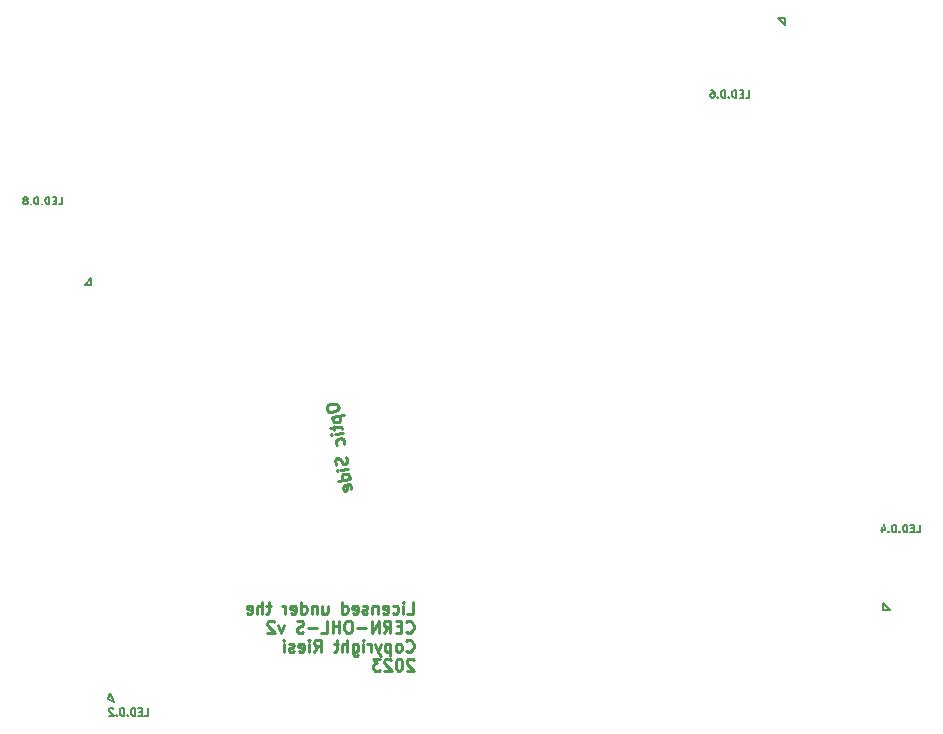
<source format=gbr>
%TF.GenerationSoftware,KiCad,Pcbnew,(6.0.10)*%
%TF.CreationDate,2023-01-19T11:38:05+01:00*%
%TF.ProjectId,QMKMouse,514d4b4d-6f75-4736-952e-6b696361645f,2.001*%
%TF.SameCoordinates,PX5c0b167PY839143b*%
%TF.FileFunction,Legend,Bot*%
%TF.FilePolarity,Positive*%
%FSLAX45Y45*%
G04 Gerber Fmt 4.5, Leading zero omitted, Abs format (unit mm)*
G04 Created by KiCad (PCBNEW (6.0.10)) date 2023-01-19 11:38:05*
%MOMM*%
%LPD*%
G01*
G04 APERTURE LIST*
%ADD10C,0.250000*%
%ADD11C,0.158750*%
%ADD12C,0.200000*%
G04 APERTURE END LIST*
D10*
X3612321Y1227762D02*
X3659940Y1227762D01*
X3659940Y1327762D01*
X3578988Y1227762D02*
X3578988Y1294429D01*
X3578988Y1327762D02*
X3583750Y1323000D01*
X3578988Y1318238D01*
X3574226Y1323000D01*
X3578988Y1327762D01*
X3578988Y1318238D01*
X3488512Y1232524D02*
X3498036Y1227762D01*
X3517083Y1227762D01*
X3526607Y1232524D01*
X3531369Y1237286D01*
X3536131Y1246810D01*
X3536131Y1275381D01*
X3531369Y1284905D01*
X3526607Y1289667D01*
X3517083Y1294429D01*
X3498036Y1294429D01*
X3488512Y1289667D01*
X3407559Y1232524D02*
X3417083Y1227762D01*
X3436131Y1227762D01*
X3445655Y1232524D01*
X3450417Y1242048D01*
X3450417Y1280143D01*
X3445655Y1289667D01*
X3436131Y1294429D01*
X3417083Y1294429D01*
X3407559Y1289667D01*
X3402798Y1280143D01*
X3402798Y1270619D01*
X3450417Y1261095D01*
X3359940Y1294429D02*
X3359940Y1227762D01*
X3359940Y1284905D02*
X3355178Y1289667D01*
X3345655Y1294429D01*
X3331369Y1294429D01*
X3321845Y1289667D01*
X3317083Y1280143D01*
X3317083Y1227762D01*
X3274226Y1232524D02*
X3264702Y1227762D01*
X3245655Y1227762D01*
X3236131Y1232524D01*
X3231369Y1242048D01*
X3231369Y1246810D01*
X3236131Y1256333D01*
X3245655Y1261095D01*
X3259940Y1261095D01*
X3269464Y1265857D01*
X3274226Y1275381D01*
X3274226Y1280143D01*
X3269464Y1289667D01*
X3259940Y1294429D01*
X3245655Y1294429D01*
X3236131Y1289667D01*
X3150417Y1232524D02*
X3159940Y1227762D01*
X3178988Y1227762D01*
X3188512Y1232524D01*
X3193274Y1242048D01*
X3193274Y1280143D01*
X3188512Y1289667D01*
X3178988Y1294429D01*
X3159940Y1294429D01*
X3150417Y1289667D01*
X3145655Y1280143D01*
X3145655Y1270619D01*
X3193274Y1261095D01*
X3059940Y1227762D02*
X3059940Y1327762D01*
X3059940Y1232524D02*
X3069464Y1227762D01*
X3088512Y1227762D01*
X3098036Y1232524D01*
X3102798Y1237286D01*
X3107559Y1246810D01*
X3107559Y1275381D01*
X3102798Y1284905D01*
X3098036Y1289667D01*
X3088512Y1294429D01*
X3069464Y1294429D01*
X3059940Y1289667D01*
X2893274Y1294429D02*
X2893274Y1227762D01*
X2936131Y1294429D02*
X2936131Y1242048D01*
X2931369Y1232524D01*
X2921845Y1227762D01*
X2907559Y1227762D01*
X2898036Y1232524D01*
X2893274Y1237286D01*
X2845655Y1294429D02*
X2845655Y1227762D01*
X2845655Y1284905D02*
X2840893Y1289667D01*
X2831369Y1294429D01*
X2817083Y1294429D01*
X2807559Y1289667D01*
X2802798Y1280143D01*
X2802798Y1227762D01*
X2712321Y1227762D02*
X2712321Y1327762D01*
X2712321Y1232524D02*
X2721845Y1227762D01*
X2740893Y1227762D01*
X2750417Y1232524D01*
X2755179Y1237286D01*
X2759940Y1246810D01*
X2759940Y1275381D01*
X2755179Y1284905D01*
X2750417Y1289667D01*
X2740893Y1294429D01*
X2721845Y1294429D01*
X2712321Y1289667D01*
X2626607Y1232524D02*
X2636131Y1227762D01*
X2655179Y1227762D01*
X2664702Y1232524D01*
X2669464Y1242048D01*
X2669464Y1280143D01*
X2664702Y1289667D01*
X2655179Y1294429D01*
X2636131Y1294429D01*
X2626607Y1289667D01*
X2621845Y1280143D01*
X2621845Y1270619D01*
X2669464Y1261095D01*
X2578988Y1227762D02*
X2578988Y1294429D01*
X2578988Y1275381D02*
X2574226Y1284905D01*
X2569464Y1289667D01*
X2559940Y1294429D01*
X2550417Y1294429D01*
X2455179Y1294429D02*
X2417083Y1294429D01*
X2440893Y1327762D02*
X2440893Y1242048D01*
X2436131Y1232524D01*
X2426607Y1227762D01*
X2417083Y1227762D01*
X2383750Y1227762D02*
X2383750Y1327762D01*
X2340893Y1227762D02*
X2340893Y1280143D01*
X2345655Y1289667D01*
X2355179Y1294429D01*
X2369464Y1294429D01*
X2378988Y1289667D01*
X2383750Y1284905D01*
X2255179Y1232524D02*
X2264702Y1227762D01*
X2283750Y1227762D01*
X2293274Y1232524D01*
X2298036Y1242048D01*
X2298036Y1280143D01*
X2293274Y1289667D01*
X2283750Y1294429D01*
X2264702Y1294429D01*
X2255179Y1289667D01*
X2250417Y1280143D01*
X2250417Y1270619D01*
X2298036Y1261095D01*
X3602798Y1076286D02*
X3607559Y1071524D01*
X3621845Y1066762D01*
X3631369Y1066762D01*
X3645655Y1071524D01*
X3655178Y1081048D01*
X3659940Y1090572D01*
X3664702Y1109619D01*
X3664702Y1123905D01*
X3659940Y1142952D01*
X3655178Y1152476D01*
X3645655Y1162000D01*
X3631369Y1166762D01*
X3621845Y1166762D01*
X3607559Y1162000D01*
X3602798Y1157238D01*
X3559940Y1119143D02*
X3526607Y1119143D01*
X3512321Y1066762D02*
X3559940Y1066762D01*
X3559940Y1166762D01*
X3512321Y1166762D01*
X3412321Y1066762D02*
X3445655Y1114381D01*
X3469464Y1066762D02*
X3469464Y1166762D01*
X3431369Y1166762D01*
X3421845Y1162000D01*
X3417083Y1157238D01*
X3412321Y1147714D01*
X3412321Y1133429D01*
X3417083Y1123905D01*
X3421845Y1119143D01*
X3431369Y1114381D01*
X3469464Y1114381D01*
X3369464Y1066762D02*
X3369464Y1166762D01*
X3312321Y1066762D01*
X3312321Y1166762D01*
X3264702Y1104857D02*
X3188512Y1104857D01*
X3121845Y1166762D02*
X3102798Y1166762D01*
X3093274Y1162000D01*
X3083750Y1152476D01*
X3078988Y1133429D01*
X3078988Y1100095D01*
X3083750Y1081048D01*
X3093274Y1071524D01*
X3102798Y1066762D01*
X3121845Y1066762D01*
X3131369Y1071524D01*
X3140893Y1081048D01*
X3145655Y1100095D01*
X3145655Y1133429D01*
X3140893Y1152476D01*
X3131369Y1162000D01*
X3121845Y1166762D01*
X3036131Y1066762D02*
X3036131Y1166762D01*
X3036131Y1119143D02*
X2978988Y1119143D01*
X2978988Y1066762D02*
X2978988Y1166762D01*
X2883750Y1066762D02*
X2931369Y1066762D01*
X2931369Y1166762D01*
X2850417Y1104857D02*
X2774226Y1104857D01*
X2731369Y1071524D02*
X2717083Y1066762D01*
X2693274Y1066762D01*
X2683750Y1071524D01*
X2678988Y1076286D01*
X2674226Y1085810D01*
X2674226Y1095333D01*
X2678988Y1104857D01*
X2683750Y1109619D01*
X2693274Y1114381D01*
X2712321Y1119143D01*
X2721845Y1123905D01*
X2726607Y1128667D01*
X2731369Y1138191D01*
X2731369Y1147714D01*
X2726607Y1157238D01*
X2721845Y1162000D01*
X2712321Y1166762D01*
X2688512Y1166762D01*
X2674226Y1162000D01*
X2564702Y1133429D02*
X2540893Y1066762D01*
X2517083Y1133429D01*
X2483750Y1157238D02*
X2478988Y1162000D01*
X2469464Y1166762D01*
X2445655Y1166762D01*
X2436131Y1162000D01*
X2431369Y1157238D01*
X2426607Y1147714D01*
X2426607Y1138191D01*
X2431369Y1123905D01*
X2488512Y1066762D01*
X2426607Y1066762D01*
X3602798Y915286D02*
X3607559Y910524D01*
X3621845Y905762D01*
X3631369Y905762D01*
X3645655Y910524D01*
X3655178Y920048D01*
X3659940Y929571D01*
X3664702Y948619D01*
X3664702Y962905D01*
X3659940Y981952D01*
X3655178Y991476D01*
X3645655Y1001000D01*
X3631369Y1005762D01*
X3621845Y1005762D01*
X3607559Y1001000D01*
X3602798Y996238D01*
X3545655Y905762D02*
X3555178Y910524D01*
X3559940Y915286D01*
X3564702Y924810D01*
X3564702Y953381D01*
X3559940Y962905D01*
X3555178Y967667D01*
X3545655Y972429D01*
X3531369Y972429D01*
X3521845Y967667D01*
X3517083Y962905D01*
X3512321Y953381D01*
X3512321Y924810D01*
X3517083Y915286D01*
X3521845Y910524D01*
X3531369Y905762D01*
X3545655Y905762D01*
X3469464Y972429D02*
X3469464Y872429D01*
X3469464Y967667D02*
X3459940Y972429D01*
X3440893Y972429D01*
X3431369Y967667D01*
X3426607Y962905D01*
X3421845Y953381D01*
X3421845Y924810D01*
X3426607Y915286D01*
X3431369Y910524D01*
X3440893Y905762D01*
X3459940Y905762D01*
X3469464Y910524D01*
X3388512Y972429D02*
X3364702Y905762D01*
X3340893Y972429D02*
X3364702Y905762D01*
X3374226Y881952D01*
X3378988Y877190D01*
X3388512Y872429D01*
X3302798Y905762D02*
X3302798Y972429D01*
X3302798Y953381D02*
X3298036Y962905D01*
X3293274Y967667D01*
X3283750Y972429D01*
X3274226Y972429D01*
X3240893Y905762D02*
X3240893Y972429D01*
X3240893Y1005762D02*
X3245655Y1001000D01*
X3240893Y996238D01*
X3236131Y1001000D01*
X3240893Y1005762D01*
X3240893Y996238D01*
X3150417Y972429D02*
X3150417Y891476D01*
X3155178Y881952D01*
X3159940Y877190D01*
X3169464Y872429D01*
X3183750Y872429D01*
X3193274Y877190D01*
X3150417Y910524D02*
X3159940Y905762D01*
X3178988Y905762D01*
X3188512Y910524D01*
X3193274Y915286D01*
X3198036Y924810D01*
X3198036Y953381D01*
X3193274Y962905D01*
X3188512Y967667D01*
X3178988Y972429D01*
X3159940Y972429D01*
X3150417Y967667D01*
X3102798Y905762D02*
X3102798Y1005762D01*
X3059940Y905762D02*
X3059940Y958143D01*
X3064702Y967667D01*
X3074226Y972429D01*
X3088512Y972429D01*
X3098036Y967667D01*
X3102798Y962905D01*
X3026607Y972429D02*
X2988512Y972429D01*
X3012321Y1005762D02*
X3012321Y920048D01*
X3007559Y910524D01*
X2998036Y905762D01*
X2988512Y905762D01*
X2821845Y905762D02*
X2855178Y953381D01*
X2878988Y905762D02*
X2878988Y1005762D01*
X2840893Y1005762D01*
X2831369Y1001000D01*
X2826607Y996238D01*
X2821845Y986714D01*
X2821845Y972429D01*
X2826607Y962905D01*
X2831369Y958143D01*
X2840893Y953381D01*
X2878988Y953381D01*
X2778988Y905762D02*
X2778988Y972429D01*
X2778988Y1005762D02*
X2783750Y1001000D01*
X2778988Y996238D01*
X2774226Y1001000D01*
X2778988Y1005762D01*
X2778988Y996238D01*
X2693274Y910524D02*
X2702798Y905762D01*
X2721845Y905762D01*
X2731369Y910524D01*
X2736131Y920048D01*
X2736131Y958143D01*
X2731369Y967667D01*
X2721845Y972429D01*
X2702798Y972429D01*
X2693274Y967667D01*
X2688512Y958143D01*
X2688512Y948619D01*
X2736131Y939095D01*
X2650417Y910524D02*
X2640893Y905762D01*
X2621845Y905762D01*
X2612321Y910524D01*
X2607560Y920048D01*
X2607560Y924810D01*
X2612321Y934333D01*
X2621845Y939095D01*
X2636131Y939095D01*
X2645655Y943857D01*
X2650417Y953381D01*
X2650417Y958143D01*
X2645655Y967667D01*
X2636131Y972429D01*
X2621845Y972429D01*
X2612321Y967667D01*
X2564702Y905762D02*
X2564702Y972429D01*
X2564702Y1005762D02*
X2569464Y1001000D01*
X2564702Y996238D01*
X2559940Y1001000D01*
X2564702Y1005762D01*
X2564702Y996238D01*
X3664702Y835238D02*
X3659940Y840000D01*
X3650417Y844762D01*
X3626607Y844762D01*
X3617083Y840000D01*
X3612321Y835238D01*
X3607559Y825714D01*
X3607559Y816190D01*
X3612321Y801905D01*
X3669464Y744762D01*
X3607559Y744762D01*
X3545655Y844762D02*
X3536131Y844762D01*
X3526607Y840000D01*
X3521845Y835238D01*
X3517083Y825714D01*
X3512321Y806667D01*
X3512321Y782857D01*
X3517083Y763810D01*
X3521845Y754286D01*
X3526607Y749524D01*
X3536131Y744762D01*
X3545655Y744762D01*
X3555178Y749524D01*
X3559940Y754286D01*
X3564702Y763810D01*
X3569464Y782857D01*
X3569464Y806667D01*
X3564702Y825714D01*
X3559940Y835238D01*
X3555178Y840000D01*
X3545655Y844762D01*
X3474226Y835238D02*
X3469464Y840000D01*
X3459940Y844762D01*
X3436131Y844762D01*
X3426607Y840000D01*
X3421845Y835238D01*
X3417083Y825714D01*
X3417083Y816190D01*
X3421845Y801905D01*
X3478988Y744762D01*
X3417083Y744762D01*
X3383750Y844762D02*
X3321845Y844762D01*
X3355178Y806667D01*
X3340893Y806667D01*
X3331369Y801905D01*
X3326607Y797143D01*
X3321845Y787619D01*
X3321845Y763810D01*
X3326607Y754286D01*
X3331369Y749524D01*
X3340893Y744762D01*
X3369464Y744762D01*
X3378988Y749524D01*
X3383750Y754286D01*
%TO.C,MOS.U.2*%
X2929675Y2972078D02*
X2932617Y2953259D01*
X2938793Y2944585D01*
X2949674Y2936647D01*
X2969229Y2934885D01*
X3002162Y2940035D01*
X3020245Y2947682D01*
X3028183Y2958563D01*
X3031417Y2968708D01*
X3028474Y2987527D01*
X3022298Y2996201D01*
X3011417Y3004139D01*
X2991863Y3005901D01*
X2958930Y3000751D01*
X2940846Y2993104D01*
X2932908Y2982223D01*
X2929675Y2972078D01*
X2975849Y2892542D02*
X3074649Y2907991D01*
X2980554Y2893278D02*
X2977321Y2883133D01*
X2980263Y2864314D01*
X2986439Y2855640D01*
X2991880Y2851671D01*
X3002025Y2848438D01*
X3030253Y2852852D01*
X3038927Y2859028D01*
X3042896Y2864468D01*
X3046130Y2874613D01*
X3043187Y2893432D01*
X3037011Y2902106D01*
X2987620Y2817267D02*
X2993505Y2779629D01*
X2956894Y2798003D02*
X3041579Y2811245D01*
X3051724Y2808011D01*
X3057900Y2799337D01*
X3059371Y2789928D01*
X3064521Y2756995D02*
X2998655Y2746696D01*
X2965721Y2741546D02*
X2969690Y2746987D01*
X2975131Y2743017D01*
X2971162Y2737577D01*
X2965721Y2741546D01*
X2975131Y2743017D01*
X3073793Y2666869D02*
X3077027Y2677014D01*
X3074084Y2695833D01*
X3067908Y2704507D01*
X3062468Y2708476D01*
X3052323Y2711710D01*
X3024094Y2707296D01*
X3015421Y2701120D01*
X3011451Y2695679D01*
X3008218Y2685534D01*
X3011161Y2666715D01*
X3017337Y2658041D01*
X3091449Y2553955D02*
X3098361Y2540577D01*
X3102039Y2517053D01*
X3098806Y2506908D01*
X3094836Y2501468D01*
X3086163Y2495292D01*
X3076753Y2493820D01*
X3066608Y2497054D01*
X3061168Y2501023D01*
X3054992Y2509697D01*
X3047344Y2527780D01*
X3041168Y2536454D01*
X3035728Y2540423D01*
X3025583Y2543656D01*
X3016173Y2542185D01*
X3007499Y2536009D01*
X3003530Y2530569D01*
X3000297Y2520423D01*
X3003975Y2496900D01*
X3010887Y2483521D01*
X3111602Y2455892D02*
X3045736Y2445592D01*
X3012803Y2440443D02*
X3016772Y2445883D01*
X3022212Y2441914D01*
X3018243Y2436474D01*
X3012803Y2440443D01*
X3022212Y2441914D01*
X3125580Y2366502D02*
X3026780Y2351053D01*
X3120875Y2365766D02*
X3124108Y2375911D01*
X3121166Y2394730D01*
X3114990Y2403404D01*
X3109549Y2407373D01*
X3099404Y2410606D01*
X3071176Y2406192D01*
X3062502Y2400016D01*
X3058533Y2394576D01*
X3055300Y2384431D01*
X3058242Y2365612D01*
X3064418Y2356938D01*
X3134117Y2281081D02*
X3137350Y2291226D01*
X3134408Y2310045D01*
X3128231Y2318718D01*
X3118086Y2321952D01*
X3080448Y2316067D01*
X3071775Y2309891D01*
X3068541Y2299746D01*
X3071484Y2280927D01*
X3077660Y2272253D01*
X3087805Y2269019D01*
X3097214Y2270491D01*
X3099267Y2319009D01*
D11*
%TO.C,LED.D.2*%
X1385540Y364552D02*
X1415778Y364552D01*
X1415778Y428052D01*
X1364373Y397814D02*
X1343206Y397814D01*
X1334135Y364552D02*
X1364373Y364552D01*
X1364373Y428052D01*
X1334135Y428052D01*
X1306920Y364552D02*
X1306920Y428052D01*
X1291801Y428052D01*
X1282730Y425028D01*
X1276682Y418980D01*
X1273659Y412933D01*
X1270635Y400837D01*
X1270635Y391766D01*
X1273659Y379671D01*
X1276682Y373623D01*
X1282730Y367575D01*
X1291801Y364552D01*
X1306920Y364552D01*
X1243420Y370599D02*
X1240397Y367575D01*
X1243420Y364552D01*
X1246444Y367575D01*
X1243420Y370599D01*
X1243420Y364552D01*
X1213182Y364552D02*
X1213182Y428052D01*
X1198063Y428052D01*
X1188992Y425028D01*
X1182944Y418980D01*
X1179920Y412933D01*
X1176897Y400837D01*
X1176897Y391766D01*
X1179920Y379671D01*
X1182944Y373623D01*
X1188992Y367575D01*
X1198063Y364552D01*
X1213182Y364552D01*
X1149682Y370599D02*
X1146659Y367575D01*
X1149682Y364552D01*
X1152706Y367575D01*
X1149682Y370599D01*
X1149682Y364552D01*
X1122468Y422004D02*
X1119444Y425028D01*
X1113397Y428052D01*
X1098278Y428052D01*
X1092230Y425028D01*
X1089206Y422004D01*
X1086182Y415956D01*
X1086182Y409909D01*
X1089206Y400837D01*
X1125492Y364552D01*
X1086182Y364552D01*
%TO.C,LED.D.6*%
X6476024Y5595565D02*
X6506262Y5595565D01*
X6506262Y5659065D01*
X6454858Y5628827D02*
X6433691Y5628827D01*
X6424619Y5595565D02*
X6454858Y5595565D01*
X6454858Y5659065D01*
X6424619Y5659065D01*
X6397405Y5595565D02*
X6397405Y5659065D01*
X6382286Y5659065D01*
X6373215Y5656041D01*
X6367167Y5649994D01*
X6364143Y5643946D01*
X6361119Y5631851D01*
X6361119Y5622779D01*
X6364143Y5610684D01*
X6367167Y5604637D01*
X6373215Y5598589D01*
X6382286Y5595565D01*
X6397405Y5595565D01*
X6333905Y5601613D02*
X6330881Y5598589D01*
X6333905Y5595565D01*
X6336929Y5598589D01*
X6333905Y5601613D01*
X6333905Y5595565D01*
X6303667Y5595565D02*
X6303667Y5659065D01*
X6288548Y5659065D01*
X6279477Y5656041D01*
X6273429Y5649994D01*
X6270405Y5643946D01*
X6267381Y5631851D01*
X6267381Y5622779D01*
X6270405Y5610684D01*
X6273429Y5604637D01*
X6279477Y5598589D01*
X6288548Y5595565D01*
X6303667Y5595565D01*
X6240167Y5601613D02*
X6237143Y5598589D01*
X6240167Y5595565D01*
X6243191Y5598589D01*
X6240167Y5601613D01*
X6240167Y5595565D01*
X6182715Y5659065D02*
X6194810Y5659065D01*
X6200858Y5656041D01*
X6203881Y5653017D01*
X6209929Y5643946D01*
X6212953Y5631851D01*
X6212953Y5607660D01*
X6209929Y5601613D01*
X6206905Y5598589D01*
X6200858Y5595565D01*
X6188762Y5595565D01*
X6182715Y5598589D01*
X6179691Y5601613D01*
X6176667Y5607660D01*
X6176667Y5622779D01*
X6179691Y5628827D01*
X6182715Y5631851D01*
X6188762Y5634875D01*
X6200858Y5634875D01*
X6206905Y5631851D01*
X6209929Y5628827D01*
X6212953Y5622779D01*
%TO.C,LED.D.4*%
X7921965Y1918216D02*
X7952203Y1918216D01*
X7952203Y1981716D01*
X7900799Y1951478D02*
X7879632Y1951478D01*
X7870560Y1918216D02*
X7900799Y1918216D01*
X7900799Y1981716D01*
X7870560Y1981716D01*
X7843346Y1918216D02*
X7843346Y1981716D01*
X7828227Y1981716D01*
X7819156Y1978692D01*
X7813108Y1972644D01*
X7810084Y1966597D01*
X7807060Y1954502D01*
X7807060Y1945430D01*
X7810084Y1933335D01*
X7813108Y1927287D01*
X7819156Y1921240D01*
X7828227Y1918216D01*
X7843346Y1918216D01*
X7779846Y1924263D02*
X7776822Y1921240D01*
X7779846Y1918216D01*
X7782870Y1921240D01*
X7779846Y1924263D01*
X7779846Y1918216D01*
X7749608Y1918216D02*
X7749608Y1981716D01*
X7734489Y1981716D01*
X7725418Y1978692D01*
X7719370Y1972644D01*
X7716346Y1966597D01*
X7713322Y1954502D01*
X7713322Y1945430D01*
X7716346Y1933335D01*
X7719370Y1927287D01*
X7725418Y1921240D01*
X7734489Y1918216D01*
X7749608Y1918216D01*
X7686108Y1924263D02*
X7683084Y1921240D01*
X7686108Y1918216D01*
X7689132Y1921240D01*
X7686108Y1924263D01*
X7686108Y1918216D01*
X7628656Y1960549D02*
X7628656Y1918216D01*
X7643775Y1984740D02*
X7658894Y1939382D01*
X7619584Y1939382D01*
%TO.C,LED.D.8*%
X660804Y4692104D02*
X691042Y4692104D01*
X691042Y4755604D01*
X639638Y4725366D02*
X618471Y4725366D01*
X609400Y4692104D02*
X639638Y4692104D01*
X639638Y4755604D01*
X609400Y4755604D01*
X582185Y4692104D02*
X582185Y4755604D01*
X567066Y4755604D01*
X557995Y4752580D01*
X551947Y4746532D01*
X548923Y4740485D01*
X545900Y4728389D01*
X545900Y4719318D01*
X548923Y4707223D01*
X551947Y4701175D01*
X557995Y4695128D01*
X567066Y4692104D01*
X582185Y4692104D01*
X518685Y4698151D02*
X515661Y4695128D01*
X518685Y4692104D01*
X521709Y4695128D01*
X518685Y4698151D01*
X518685Y4692104D01*
X488447Y4692104D02*
X488447Y4755604D01*
X473328Y4755604D01*
X464257Y4752580D01*
X458209Y4746532D01*
X455185Y4740485D01*
X452161Y4728389D01*
X452161Y4719318D01*
X455185Y4707223D01*
X458209Y4701175D01*
X464257Y4695128D01*
X473328Y4692104D01*
X488447Y4692104D01*
X424947Y4698151D02*
X421923Y4695128D01*
X424947Y4692104D01*
X427971Y4695128D01*
X424947Y4698151D01*
X424947Y4692104D01*
X385638Y4728389D02*
X391685Y4731413D01*
X394709Y4734437D01*
X397733Y4740485D01*
X397733Y4743508D01*
X394709Y4749556D01*
X391685Y4752580D01*
X385638Y4755604D01*
X373542Y4755604D01*
X367495Y4752580D01*
X364471Y4749556D01*
X361447Y4743508D01*
X361447Y4740485D01*
X364471Y4734437D01*
X367495Y4731413D01*
X373542Y4728389D01*
X385638Y4728389D01*
X391685Y4725366D01*
X394709Y4722342D01*
X397733Y4716294D01*
X397733Y4704199D01*
X394709Y4698151D01*
X391685Y4695128D01*
X385638Y4692104D01*
X373542Y4692104D01*
X367495Y4695128D01*
X364471Y4698151D01*
X361447Y4704199D01*
X361447Y4716294D01*
X364471Y4722342D01*
X367495Y4725366D01*
X373542Y4728389D01*
D12*
%TO.C,LED.D.2*%
X1075479Y501437D02*
X1095144Y555469D01*
X1095144Y555469D02*
X1129510Y481771D01*
X1075479Y501437D02*
X1129510Y481771D01*
%TO.C,LED.D.6*%
X6809999Y6210000D02*
X6809999Y6267500D01*
X6752499Y6267500D02*
X6809999Y6267500D01*
X6752499Y6267500D02*
X6809999Y6210000D01*
%TO.C,LED.D.4*%
X7638543Y1319222D02*
X7696043Y1261722D01*
X7638543Y1261722D02*
X7696043Y1261722D01*
X7638543Y1261722D02*
X7638543Y1319222D01*
%TO.C,LED.D.8*%
X880000Y4010000D02*
X937500Y4010000D01*
X937500Y4010000D02*
X937500Y4067500D01*
X880000Y4010000D02*
X937500Y4067500D01*
%TD*%
M02*

</source>
